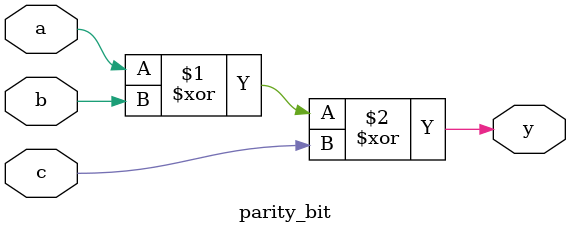
<source format=v>
module parity_bit(input a,b,c,output y);
	assign y=a^b^c;
endmodule

</source>
